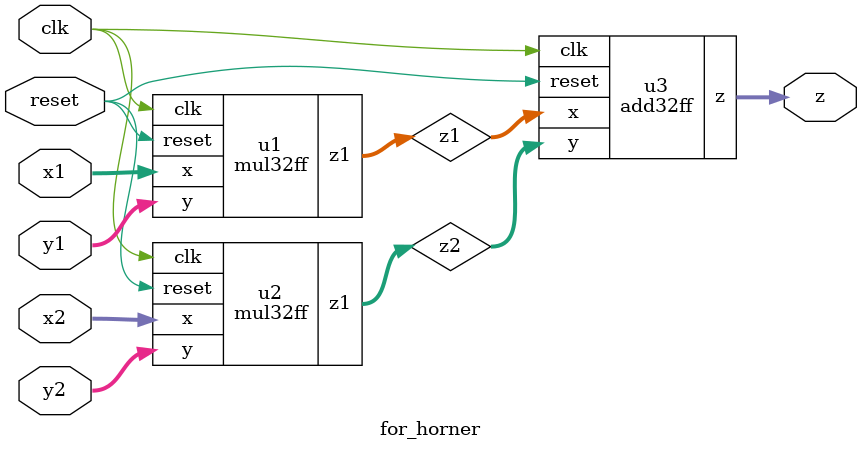
<source format=v>
module mul32ff #(parameter W = 31)
  ( input clk,
   input reset,
   input [W:0] x, y,
   output reg [W:0] z1 );
  
 reg [W:0] c1; // {c,z} = x*y
  always @(posedge clk) begin
    if (reset)
      z1<=0;
    else 
     {c1,z1} <= x*y;
  end
endmodule 

module add32ff 
  (input clk,
   input reset,
   input [31:0] x, y,
   output reg[31:0] z);
  
  //reg cout;
  always @(posedge clk) begin
    if (reset) begin
      z <= 0;
      //cout <= 0;
    end
    
    else begin
      z <= x+y;
    end 
  end
endmodule 


module for_horner
  (input clk,
   input reset,
   input [31:0] x1, x2, 
   input [31:0] y1, y2,
   output reg [31:0] z);
  
  wire [31:0] z1, z2;
  
  mul32ff u1(clk,reset,x1,y1,z1);
  mul32ff u2(clk,reset,x2,y2,z2);
  add32ff u3(clk,reset,z1,z2,z);
  
  
endmodule






</source>
